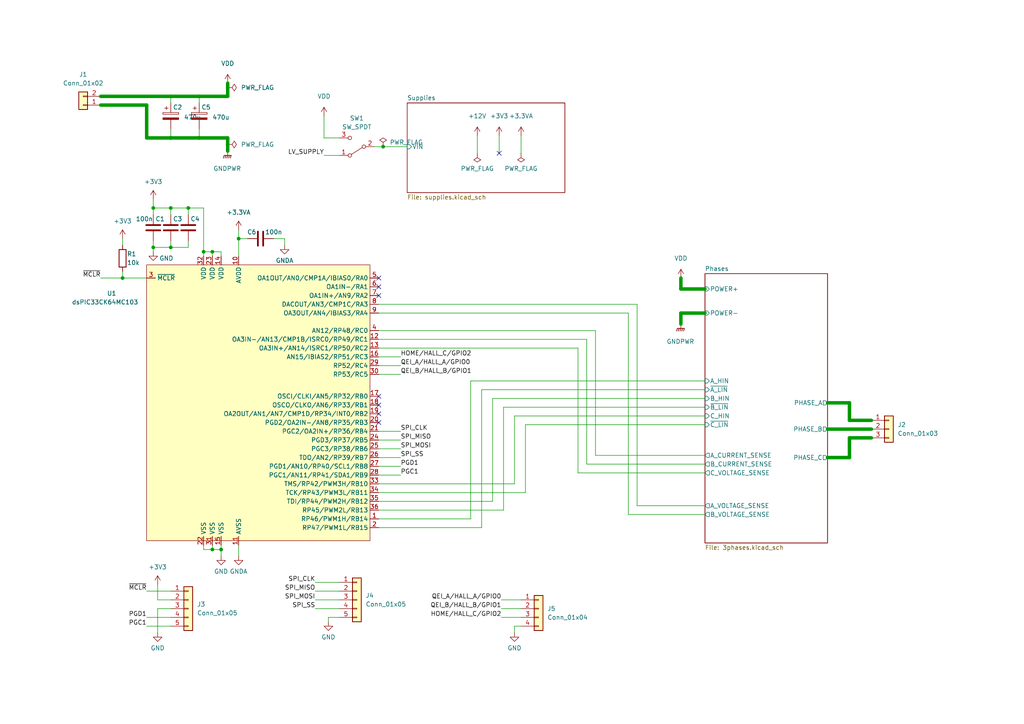
<source format=kicad_sch>
(kicad_sch (version 20211123) (generator eeschema)
  (paper "A4")
  (lib_symbols
    (symbol "Connector_Generic:Conn_01x02" (pin_names (offset 1.016) hide)
      (property "Reference" "J" (at 0 2.54 0))
      (property "Value" "Conn_01x02" (at 0 -5.08 0))
      (symbol "Conn_01x02_1_1"
        (rectangle (start -1.27 -2.413) (end 0 -2.667) (stroke (width 0.1524)))
        (rectangle (start -1.27 0.127) (end 0 -0.127) (stroke (width 0.1524)))
        (rectangle (start -1.27 1.27) (end 1.27 -3.81) (stroke (width 0.254)) (fill (type background)))
        (pin passive line (at -5.08 0 0) (length 3.81) (name "Pin_1") (number "1"))
        (pin passive line (at -5.08 -2.54 0) (length 3.81) (name "Pin_2") (number "2"))
      )
    )
    (symbol "Connector_Generic:Conn_01x03" (pin_names (offset 1.016) hide)
      (property "Reference" "J" (at 0 5.08 0))
      (property "Value" "Conn_01x03" (at 0 -5.08 0))
      (symbol "Conn_01x03_1_1"
        (rectangle (start -1.27 -2.413) (end 0 -2.667) (stroke (width 0.1524)))
        (rectangle (start -1.27 0.127) (end 0 -0.127) (stroke (width 0.1524)))
        (rectangle (start -1.27 2.667) (end 0 2.413) (stroke (width 0.1524)))
        (rectangle (start -1.27 3.81) (end 1.27 -3.81) (stroke (width 0.254)) (fill (type background)))
        (pin passive line (at -5.08 2.54 0) (length 3.81) (name "Pin_1") (number "1"))
        (pin passive line (at -5.08 0 0) (length 3.81) (name "Pin_2") (number "2"))
        (pin passive line (at -5.08 -2.54 0) (length 3.81) (name "Pin_3") (number "3"))
      )
    )
    (symbol "Connector_Generic:Conn_01x04" (pin_names (offset 1.016) hide)
      (property "Reference" "J" (at 0 5.08 0))
      (property "Value" "Conn_01x04" (at 0 -7.62 0))
      (symbol "Conn_01x04_1_1"
        (rectangle (start -1.27 -4.953) (end 0 -5.207) (stroke (width 0.1524)))
        (rectangle (start -1.27 -2.413) (end 0 -2.667) (stroke (width 0.1524)))
        (rectangle (start -1.27 0.127) (end 0 -0.127) (stroke (width 0.1524)))
        (rectangle (start -1.27 2.667) (end 0 2.413) (stroke (width 0.1524)))
        (rectangle (start -1.27 3.81) (end 1.27 -6.35) (stroke (width 0.254)) (fill (type background)))
        (pin passive line (at -5.08 2.54 0) (length 3.81) (name "Pin_1") (number "1"))
        (pin passive line (at -5.08 0 0) (length 3.81) (name "Pin_2") (number "2"))
        (pin passive line (at -5.08 -2.54 0) (length 3.81) (name "Pin_3") (number "3"))
        (pin passive line (at -5.08 -5.08 0) (length 3.81) (name "Pin_4") (number "4"))
      )
    )
    (symbol "Connector_Generic:Conn_01x05" (pin_names (offset 1.016) hide)
      (property "Reference" "J" (at 0 7.62 0))
      (property "Value" "Conn_01x05" (at 0 -7.62 0))
      (symbol "Conn_01x05_1_1"
        (rectangle (start -1.27 -4.953) (end 0 -5.207) (stroke (width 0.1524)))
        (rectangle (start -1.27 -2.413) (end 0 -2.667) (stroke (width 0.1524)))
        (rectangle (start -1.27 0.127) (end 0 -0.127) (stroke (width 0.1524)))
        (rectangle (start -1.27 2.667) (end 0 2.413) (stroke (width 0.1524)))
        (rectangle (start -1.27 5.207) (end 0 4.953) (stroke (width 0.1524)))
        (rectangle (start -1.27 6.35) (end 1.27 -6.35) (stroke (width 0.254)) (fill (type background)))
        (pin passive line (at -5.08 5.08 0) (length 3.81) (name "Pin_1") (number "1"))
        (pin passive line (at -5.08 2.54 0) (length 3.81) (name "Pin_2") (number "2"))
        (pin passive line (at -5.08 0 0) (length 3.81) (name "Pin_3") (number "3"))
        (pin passive line (at -5.08 -2.54 0) (length 3.81) (name "Pin_4") (number "4"))
        (pin passive line (at -5.08 -5.08 0) (length 3.81) (name "Pin_5") (number "5"))
      )
    )
    (symbol "Device:C" (pin_numbers hide) (pin_names (offset 0.254))
      (property "Reference" "C" (at 0.635 2.54 0))
      (property "Value" "C" (at 0.635 -2.54 0))
      (symbol "C_0_1"
        (polyline (pts (xy -2.032 -0.762) (xy 2.032 -0.762)) (stroke (width 0.508)))
        (polyline (pts (xy -2.032 0.762) (xy 2.032 0.762)) (stroke (width 0.508)))
      )
      (symbol "C_1_1"
        (pin passive line (at 0 3.81 270) (length 2.794) (name "~") (number "1"))
        (pin passive line (at 0 -3.81 90) (length 2.794) (name "~") (number "2"))
      )
    )
    (symbol "Device:C_Polarized" (pin_numbers hide) (pin_names (offset 0.254))
      (property "Reference" "C" (at 0.635 2.54 0))
      (property "Value" "C_Polarized" (at 0.635 -2.54 0))
      (symbol "C_Polarized_0_1"
        (rectangle (start -2.286 0.508) (end 2.286 1.016))
        (polyline (pts (xy -1.778 2.286) (xy -0.762 2.286)))
        (polyline (pts (xy -1.27 2.794) (xy -1.27 1.778)))
        (rectangle (start 2.286 -0.508) (end -2.286 -1.016) (fill (type outline)))
      )
      (symbol "C_Polarized_1_1"
        (pin passive line (at 0 3.81 270) (length 2.794) (name "~") (number "1"))
        (pin passive line (at 0 -3.81 90) (length 2.794) (name "~") (number "2"))
      )
    )
    (symbol "Device:R" (pin_numbers hide) (pin_names (offset 0))
      (property "Reference" "R" (at 2.032 0 90))
      (property "Value" "R" (at 0 0 90))
      (symbol "R_0_1"
        (rectangle (start -1.016 -2.54) (end 1.016 2.54) (stroke (width 0.254)))
      )
      (symbol "R_1_1"
        (pin passive line (at 0 3.81 270) (length 1.27) (name "~") (number "1"))
        (pin passive line (at 0 -3.81 90) (length 1.27) (name "~") (number "2"))
      )
    )
    (symbol "Switch:SW_SPDT" (pin_names (offset 0) hide)
      (property "Reference" "SW" (at 0 4.318 0))
      (property "Value" "SW_SPDT" (at 0 -5.08 0))
      (symbol "SW_SPDT_0_0"
        (circle (center -2.032 0) (radius 0.508))
        (circle (center 2.032 -2.54) (radius 0.508))
      )
      (symbol "SW_SPDT_0_1"
        (polyline (pts (xy -1.524 0.254) (xy 1.651 2.286)))
        (circle (center 2.032 2.54) (radius 0.508))
      )
      (symbol "SW_SPDT_1_1"
        (pin passive line (at 5.08 2.54 180) (length 2.54) (name "A") (number "1"))
        (pin passive line (at -5.08 0 0) (length 2.54) (name "B") (number "2"))
        (pin passive line (at 5.08 -2.54 180) (length 2.54) (name "C") (number "3"))
      )
    )
    (symbol "power:+12V" (power) (pin_names (offset 0))
      (property "Value" "+12V" (at 0 3.556 0))
      (symbol "+12V_0_1"
        (polyline (pts (xy -0.762 1.27) (xy 0 2.54)))
        (polyline (pts (xy 0 0) (xy 0 2.54)))
        (polyline (pts (xy 0 2.54) (xy 0.762 1.27)))
      )
      (symbol "+12V_1_1"
        (pin power_in line (at 0 0 90) (length 0) hide (name "+12V") (number "1"))
      )
    )
    (symbol "power:+3.3V" (power) (pin_names (offset 0))
      (property "Value" "+3.3V" (at 0 3.556 0))
      (symbol "+3.3V_0_1"
        (polyline (pts (xy -0.762 1.27) (xy 0 2.54)))
        (polyline (pts (xy 0 0) (xy 0 2.54)))
        (polyline (pts (xy 0 2.54) (xy 0.762 1.27)))
      )
      (symbol "+3.3V_1_1"
        (pin power_in line (at 0 0 90) (length 0) hide (name "+3V3") (number "1"))
      )
    )
    (symbol "power:+3.3VA" (power) (pin_names (offset 0))
      (property "Value" "+3.3VA" (at 0 3.556 0))
      (symbol "+3.3VA_0_1"
        (polyline (pts (xy -0.762 1.27) (xy 0 2.54)))
        (polyline (pts (xy 0 0) (xy 0 2.54)))
        (polyline (pts (xy 0 2.54) (xy 0.762 1.27)))
      )
      (symbol "+3.3VA_1_1"
        (pin power_in line (at 0 0 90) (length 0) hide (name "+3.3VA") (number "1"))
      )
    )
    (symbol "power:GND" (power) (pin_names (offset 0))
      (property "Value" "GND" (at 0 -3.81 0))
      (symbol "GND_0_1"
        (polyline (pts (xy 0 0) (xy 0 -1.27) (xy 1.27 -1.27) (xy 0 -2.54) (xy -1.27 -1.27) (xy 0 -1.27)))
      )
      (symbol "GND_1_1"
        (pin power_in line (at 0 0 270) (length 0) hide (name "GND") (number "1"))
      )
    )
    (symbol "power:GNDA" (power) (pin_names (offset 0))
      (property "Value" "GNDA" (at 0 -3.81 0))
      (symbol "GNDA_0_1"
        (polyline (pts (xy 0 0) (xy 0 -1.27) (xy 1.27 -1.27) (xy 0 -2.54) (xy -1.27 -1.27) (xy 0 -1.27)))
      )
      (symbol "GNDA_1_1"
        (pin power_in line (at 0 0 270) (length 0) hide (name "GNDA") (number "1"))
      )
    )
    (symbol "power:GNDPWR" (power) (pin_names (offset 0))
      (property "Value" "GNDPWR" (at 0 -3.302 0))
      (symbol "GNDPWR_0_1"
        (polyline (pts (xy 0 -1.27) (xy 0 0)))
        (polyline (pts (xy -1.016 -1.27) (xy -1.27 -2.032) (xy -1.27 -2.032)) (stroke (width 0.2032)))
        (polyline (pts (xy -0.508 -1.27) (xy -0.762 -2.032) (xy -0.762 -2.032)) (stroke (width 0.2032)))
        (polyline (pts (xy 0 -1.27) (xy -0.254 -2.032) (xy -0.254 -2.032)) (stroke (width 0.2032)))
        (polyline (pts (xy 0.508 -1.27) (xy 0.254 -2.032) (xy 0.254 -2.032)) (stroke (width 0.2032)))
        (polyline (pts (xy 1.016 -1.27) (xy -1.016 -1.27) (xy -1.016 -1.27)) (stroke (width 0.2032)))
        (polyline (pts (xy 1.016 -1.27) (xy 0.762 -2.032) (xy 0.762 -2.032) (xy 0.762 -2.032)) (stroke (width 0.2032)))
      )
      (symbol "GNDPWR_1_1"
        (pin power_in line (at 0 0 270) (length 0) hide (name "GNDPWR") (number "1"))
      )
    )
    (symbol "power:PWR_FLAG" (power) (pin_numbers hide) (pin_names (offset 0) hide)
      (property "Value" "PWR_FLAG" (at 0 3.81 0))
      (symbol "PWR_FLAG_0_0"
        (pin power_out line (at 0 0 90) (length 0) (name "pwr") (number "1"))
      )
      (symbol "PWR_FLAG_0_1"
        (polyline (pts (xy 0 0) (xy 0 1.27) (xy -1.016 1.905) (xy 0 2.54) (xy 1.016 1.905) (xy 0 1.27)))
      )
    )
    (symbol "power:VDD" (power) (pin_names (offset 0))
      (property "Value" "VDD" (at 0 3.81 0))
      (symbol "VDD_0_1"
        (polyline (pts (xy -0.762 1.27) (xy 0 2.54)))
        (polyline (pts (xy 0 0) (xy 0 2.54)))
        (polyline (pts (xy 0 2.54) (xy 0.762 1.27)))
      )
      (symbol "VDD_1_1"
        (pin power_in line (at 0 0 90) (length 0) hide (name "VDD") (number "1"))
      )
    )
    (symbol "symbols:dsPIC33CK64MC103"
      (property "Reference" "U" (at -15.24 -1.27 0))
      (property "Value" "dsPIC33CK64MC103" (at -15.24 -1.27 0))
      (symbol "dsPIC33CK64MC103_0_1"
        (rectangle (start -35.56 39.37) (end 29.21 -40.64) (fill (type background)))
      )
      (symbol "dsPIC33CK64MC103_1_1"
        (pin bidirectional line (at 31.75 -34.29 180) (length 2.54) (name "RP46/PWM1H/RB14") (number "1"))
        (pin power_in line (at -8.89 41.91 270) (length 2.54) (name "AVDD") (number "10"))
        (pin power_in line (at -8.89 -41.91 90) (length 2.54) (name "AVSS") (number "11"))
        (pin bidirectional line (at 31.75 17.78 180) (length 2.54) (name "OA3IN-/AN13/CMP1B/ISRC0/RP49/RC1") (number "12"))
        (pin bidirectional line (at 31.75 15.24 180) (length 2.54) (name "OA3IN+/AN14/ISRC1/RP50/RC2") (number "13"))
        (pin power_in line (at -13.97 41.91 270) (length 2.54) (name "VDD") (number "14"))
        (pin power_in line (at -13.97 -41.91 90) (length 2.54) (name "VSS") (number "15"))
        (pin bidirectional line (at 31.75 12.7 180) (length 2.54) (name "AN15/IBIAS2/RP51/RC3") (number "16"))
        (pin bidirectional line (at 31.75 1.27 180) (length 2.54) (name "OSCI/CLKI/AN5/RP32/RB0") (number "17"))
        (pin bidirectional line (at 31.75 -1.27 180) (length 2.54) (name "OSCO/CLKO/AN6/RP33/RB1") (number "18"))
        (pin bidirectional line (at 31.75 -3.81 180) (length 2.54) (name "OA2OUT/AN1/AN7/CMP1D/RP34/INT0/RB2") (number "19"))
        (pin bidirectional line (at 31.75 -36.83 180) (length 2.54) (name "RP47/PWM1L/RB15") (number "2"))
        (pin bidirectional line (at 31.75 -6.35 180) (length 2.54) (name "PGD2/OA2IN-/AN8/RP35/RB3") (number "20"))
        (pin bidirectional line (at 31.75 -8.89 180) (length 2.54) (name "PGC2/OA2IN+/RP36/RB4") (number "21"))
        (pin power_in line (at -19.05 -41.91 90) (length 2.54) (name "VSS") (number "22"))
        (pin power_in line (at -16.51 41.91 270) (length 2.54) (name "VDD") (number "23"))
        (pin bidirectional line (at 31.75 -11.43 180) (length 2.54) (name "PGD3/RP37/RB5") (number "24"))
        (pin bidirectional line (at 31.75 -13.97 180) (length 2.54) (name "PGC3/RP38/RB6") (number "25"))
        (pin bidirectional line (at 31.75 -16.51 180) (length 2.54) (name "TDO/AN2/RP39/RB7") (number "26"))
        (pin bidirectional line (at 31.75 -19.05 180) (length 2.54) (name "PGD1/AN10/RP40/SCL1/RB8") (number "27"))
        (pin bidirectional line (at 31.75 -21.59 180) (length 2.54) (name "PGC1/AN11/RP41/SDA1/RB9") (number "28"))
        (pin bidirectional line (at 31.75 10.16 180) (length 2.54) (name "RP52/RC4") (number "29"))
        (pin input line (at -35.56 35.56 0) (length 2.54) (name "~{MCLR}") (number "3"))
        (pin bidirectional line (at 31.75 7.62 180) (length 2.54) (name "RP53/RC5") (number "30"))
        (pin power_in line (at -16.51 -41.91 90) (length 2.54) (name "VSS") (number "31"))
        (pin power_in line (at -19.05 41.91 270) (length 2.54) (name "VDD") (number "32"))
        (pin bidirectional line (at 31.75 -24.13 180) (length 2.54) (name "TMS/RP42/PWM3H/RB10") (number "33"))
        (pin bidirectional line (at 31.75 -26.67 180) (length 2.54) (name "TCK/RP43/PWM3L/RB11") (number "34"))
        (pin bidirectional line (at 31.75 -29.21 180) (length 2.54) (name "TDI/RP44/PWM2H/RB12") (number "35"))
        (pin bidirectional line (at 31.75 -31.75 180) (length 2.54) (name "RP45/PWM2L/RB13") (number "36"))
        (pin bidirectional line (at 31.75 20.32 180) (length 2.54) (name "AN12/RP48/RC0") (number "4"))
        (pin bidirectional line (at 31.75 35.56 180) (length 2.54) (name "OA1OUT/AN0/CMP1A/IBIAS0/RA0") (number "5"))
        (pin bidirectional line (at 31.75 33.02 180) (length 2.54) (name "OA1IN-/RA1") (number "6"))
        (pin bidirectional line (at 31.75 30.48 180) (length 2.54) (name "OA1IN+/AN9/RA2") (number "7"))
        (pin bidirectional line (at 31.75 27.94 180) (length 2.54) (name "DACOUT/AN3/CMP1C/RA3") (number "8"))
        (pin bidirectional line (at 31.75 25.4 180) (length 2.54) (name "OA3OUT/AN4/IBIAS3/RA4") (number "9"))
      )
    )
  )
  (junction (at 61.595 159.385))
  (junction (at 61.595 73.025))
  (junction (at 66.04 41.91))
  (junction (at 69.215 69.215))
  (junction (at 57.785 40.005))
  (junction (at 49.53 71.755))
  (junction (at 64.135 159.385))
  (junction (at 49.53 40.005))
  (junction (at 44.45 71.755))
  (junction (at 49.53 60.325))
  (junction (at 111.125 42.545))
  (junction (at 44.45 60.325))
  (junction (at 59.055 73.025))
  (junction (at 57.785 27.94))
  (junction (at 66.04 25.4))
  (junction (at 54.61 60.325))
  (junction (at 35.56 80.645))
  (junction (at 49.53 27.94))
  (no_connect (at 109.855 122.555))
  (no_connect (at 109.855 85.725))
  (no_connect (at 109.855 83.185))
  (no_connect (at 109.855 80.645))
  (no_connect (at 109.855 120.015))
  (no_connect (at 109.855 117.475))
  (no_connect (at 144.78 44.45))
  (no_connect (at 109.855 114.935))
  (wire (pts (xy 246.38 132.715) (xy 240.03 132.715)) (stroke (width 1)))
  (wire (pts (xy 204.47 90.805) (xy 197.485 90.805)) (stroke (width 1)))
  (wire (pts (xy 82.55 69.215) (xy 79.375 69.215)))
  (wire (pts (xy 109.855 130.175) (xy 116.205 130.175)))
  (wire (pts (xy 151.13 181.61) (xy 149.225 181.61)))
  (wire (pts (xy 59.055 73.025) (xy 61.595 73.025)))
  (wire (pts (xy 142.875 145.415) (xy 109.855 145.415)))
  (wire (pts (xy 149.225 120.65) (xy 204.47 120.65)))
  (wire (pts (xy 69.215 69.215) (xy 71.755 69.215)))
  (wire (pts (xy 45.72 169.545) (xy 45.72 173.99)))
  (wire (pts (xy 152.4 142.875) (xy 109.855 142.875)))
  (wire (pts (xy 49.53 69.85) (xy 49.53 71.755)))
  (wire (pts (xy 44.45 71.755) (xy 44.45 73.025)))
  (wire (pts (xy 197.485 83.82) (xy 204.47 83.82)) (stroke (width 1)))
  (wire (pts (xy 49.53 37.465) (xy 49.53 40.005)))
  (wire (pts (xy 109.855 108.585) (xy 116.205 108.585)))
  (wire (pts (xy 64.135 73.025) (xy 61.595 73.025)))
  (wire (pts (xy 170.18 134.62) (xy 170.18 98.425)))
  (wire (pts (xy 109.855 137.795) (xy 116.205 137.795)))
  (wire (pts (xy 44.45 57.785) (xy 44.45 60.325)))
  (wire (pts (xy 57.785 27.94) (xy 66.04 27.94)) (stroke (width 1)))
  (wire (pts (xy 109.855 106.045) (xy 116.205 106.045)))
  (wire (pts (xy 49.53 40.005) (xy 57.785 40.005)) (stroke (width 1)))
  (wire (pts (xy 184.785 146.685) (xy 184.785 88.265)))
  (wire (pts (xy 144.78 39.37) (xy 144.78 44.45)))
  (wire (pts (xy 61.595 73.025) (xy 61.595 74.295)))
  (wire (pts (xy 64.135 74.295) (xy 64.135 73.025)))
  (wire (pts (xy 42.545 40.005) (xy 49.53 40.005)) (stroke (width 1)))
  (wire (pts (xy 182.245 90.805) (xy 182.245 149.225)))
  (wire (pts (xy 204.47 115.57) (xy 142.875 115.57)))
  (wire (pts (xy 45.72 173.99) (xy 49.53 173.99)))
  (wire (pts (xy 152.4 123.19) (xy 152.4 142.875)))
  (wire (pts (xy 69.215 74.295) (xy 69.215 69.215)))
  (wire (pts (xy 109.855 95.885) (xy 172.72 95.885)))
  (wire (pts (xy 204.47 110.49) (xy 136.525 110.49)))
  (wire (pts (xy 167.64 137.16) (xy 167.64 100.965)))
  (wire (pts (xy 66.04 25.4) (xy 66.04 27.94)) (stroke (width 1)))
  (wire (pts (xy 204.47 137.16) (xy 167.64 137.16)))
  (wire (pts (xy 91.44 176.53) (xy 98.425 176.53)))
  (wire (pts (xy 204.47 146.685) (xy 184.785 146.685)))
  (wire (pts (xy 146.05 147.955) (xy 146.05 118.11)))
  (wire (pts (xy 49.53 71.755) (xy 54.61 71.755)))
  (wire (pts (xy 109.855 103.505) (xy 116.205 103.505)))
  (wire (pts (xy 44.45 69.85) (xy 44.45 71.755)))
  (wire (pts (xy 240.03 124.46) (xy 252.73 124.46)) (stroke (width 1)))
  (wire (pts (xy 57.785 37.465) (xy 57.785 40.005)))
  (wire (pts (xy 109.855 140.335) (xy 149.225 140.335)))
  (wire (pts (xy 69.215 158.115) (xy 69.215 161.29)))
  (wire (pts (xy 246.38 127) (xy 246.38 132.715)) (stroke (width 1)))
  (wire (pts (xy 42.545 179.07) (xy 49.53 179.07)))
  (wire (pts (xy 145.415 179.07) (xy 151.13 179.07)))
  (wire (pts (xy 64.135 159.385) (xy 64.135 161.29)))
  (wire (pts (xy 35.56 80.645) (xy 35.56 78.74)))
  (wire (pts (xy 59.055 159.385) (xy 61.595 159.385)))
  (wire (pts (xy 246.38 121.92) (xy 252.73 121.92)) (stroke (width 1)))
  (wire (pts (xy 145.415 173.99) (xy 151.13 173.99)))
  (wire (pts (xy 95.25 180.34) (xy 95.25 179.07)))
  (wire (pts (xy 109.855 135.255) (xy 116.205 135.255)))
  (wire (pts (xy 204.47 123.19) (xy 152.4 123.19)))
  (wire (pts (xy 172.72 95.885) (xy 172.72 132.08)))
  (wire (pts (xy 59.055 73.025) (xy 59.055 60.325)))
  (wire (pts (xy 93.98 33.655) (xy 93.98 40.005)))
  (wire (pts (xy 109.855 125.095) (xy 116.205 125.095)))
  (wire (pts (xy 45.72 183.515) (xy 45.72 176.53)))
  (wire (pts (xy 136.525 110.49) (xy 136.525 150.495)))
  (wire (pts (xy 49.53 60.325) (xy 44.45 60.325)))
  (wire (pts (xy 66.04 41.91) (xy 66.04 43.815)) (stroke (width 1)))
  (wire (pts (xy 66.04 40.005) (xy 66.04 41.91)) (stroke (width 1)))
  (wire (pts (xy 82.55 71.12) (xy 82.55 69.215)))
  (wire (pts (xy 149.225 140.335) (xy 149.225 120.65)))
  (wire (pts (xy 93.98 45.085) (xy 98.425 45.085)))
  (wire (pts (xy 204.47 132.08) (xy 172.72 132.08)))
  (wire (pts (xy 29.21 80.645) (xy 35.56 80.645)))
  (wire (pts (xy 42.545 40.005) (xy 42.545 30.48)) (stroke (width 1)))
  (wire (pts (xy 42.545 80.645) (xy 35.56 80.645)))
  (wire (pts (xy 64.135 159.385) (xy 64.135 158.115)))
  (wire (pts (xy 57.785 40.005) (xy 66.04 40.005)) (stroke (width 1)))
  (wire (pts (xy 142.875 115.57) (xy 142.875 145.415)))
  (wire (pts (xy 98.425 40.005) (xy 93.98 40.005)))
  (wire (pts (xy 59.055 74.295) (xy 59.055 73.025)))
  (wire (pts (xy 61.595 158.115) (xy 61.595 159.385)))
  (wire (pts (xy 145.415 176.53) (xy 151.13 176.53)))
  (wire (pts (xy 109.855 90.805) (xy 182.245 90.805)))
  (wire (pts (xy 91.44 173.99) (xy 98.425 173.99)))
  (wire (pts (xy 57.785 27.94) (xy 57.785 29.845)))
  (wire (pts (xy 139.7 153.035) (xy 139.7 113.03)))
  (wire (pts (xy 42.545 181.61) (xy 49.53 181.61)))
  (wire (pts (xy 35.56 69.215) (xy 35.56 71.12)))
  (wire (pts (xy 95.25 179.07) (xy 98.425 179.07)))
  (wire (pts (xy 204.47 134.62) (xy 170.18 134.62)))
  (wire (pts (xy 44.45 60.325) (xy 44.45 62.23)))
  (wire (pts (xy 109.855 147.955) (xy 146.05 147.955)))
  (wire (pts (xy 184.785 88.265) (xy 109.855 88.265)))
  (wire (pts (xy 182.245 149.225) (xy 204.47 149.225)))
  (wire (pts (xy 66.04 24.13) (xy 66.04 25.4)) (stroke (width 1)))
  (wire (pts (xy 45.72 176.53) (xy 49.53 176.53)))
  (wire (pts (xy 246.38 116.84) (xy 246.38 121.92)) (stroke (width 1)))
  (wire (pts (xy 252.73 127) (xy 246.38 127)) (stroke (width 1)))
  (wire (pts (xy 29.21 30.48) (xy 42.545 30.48)) (stroke (width 1)))
  (wire (pts (xy 146.05 118.11) (xy 204.47 118.11)))
  (wire (pts (xy 42.545 171.45) (xy 49.53 171.45)))
  (wire (pts (xy 138.43 39.37) (xy 138.43 44.45)))
  (wire (pts (xy 61.595 159.385) (xy 64.135 159.385)))
  (wire (pts (xy 136.525 150.495) (xy 109.855 150.495)))
  (wire (pts (xy 108.585 42.545) (xy 111.125 42.545)))
  (wire (pts (xy 91.44 168.91) (xy 98.425 168.91)))
  (wire (pts (xy 197.485 80.645) (xy 197.485 83.82)) (stroke (width 1)))
  (wire (pts (xy 139.7 113.03) (xy 204.47 113.03)))
  (wire (pts (xy 111.125 42.545) (xy 118.11 42.545)))
  (wire (pts (xy 109.855 153.035) (xy 139.7 153.035)))
  (wire (pts (xy 151.13 39.37) (xy 151.13 44.45)))
  (wire (pts (xy 49.53 27.94) (xy 49.53 29.845)))
  (wire (pts (xy 54.61 60.325) (xy 49.53 60.325)))
  (wire (pts (xy 59.055 158.115) (xy 59.055 159.385)))
  (wire (pts (xy 54.61 71.755) (xy 54.61 69.85)))
  (wire (pts (xy 54.61 60.325) (xy 54.61 62.23)))
  (wire (pts (xy 149.225 181.61) (xy 149.225 183.515)))
  (wire (pts (xy 91.44 171.45) (xy 98.425 171.45)))
  (wire (pts (xy 29.21 27.94) (xy 49.53 27.94)) (stroke (width 1)))
  (wire (pts (xy 49.53 60.325) (xy 49.53 62.23)))
  (wire (pts (xy 59.055 60.325) (xy 54.61 60.325)))
  (wire (pts (xy 69.215 66.675) (xy 69.215 69.215)))
  (wire (pts (xy 167.64 100.965) (xy 109.855 100.965)))
  (wire (pts (xy 109.855 127.635) (xy 116.205 127.635)))
  (wire (pts (xy 240.03 116.84) (xy 246.38 116.84)) (stroke (width 1)))
  (wire (pts (xy 109.855 132.715) (xy 116.205 132.715)))
  (wire (pts (xy 44.45 71.755) (xy 49.53 71.755)))
  (wire (pts (xy 170.18 98.425) (xy 109.855 98.425)))
  (wire (pts (xy 49.53 27.94) (xy 57.785 27.94)) (stroke (width 1)))
  (wire (pts (xy 197.485 90.805) (xy 197.485 93.98)) (stroke (width 1)))
  (label "QEI_A{slash}HALL_A{slash}GPIO0" (at 145.415 173.99 180))
  (label "SPI_CLK" (at 91.44 168.91 180))
  (label "PGC1" (at 116.205 137.795 0))
  (label "PGD1" (at 116.205 135.255 0))
  (label "SPI_SS" (at 116.205 132.715 0))
  (label "PGD1" (at 42.545 179.07 180))
  (label "QEI_B{slash}HALL_B{slash}GPIO1" (at 145.415 176.53 180))
  (label "LV_SUPPLY" (at 93.98 45.085 180))
  (label "SPI_CLK" (at 116.205 125.095 0))
  (label "~{MCLR}" (at 29.21 80.645 180))
  (label "PGC1" (at 42.545 181.61 180))
  (label "SPI_MOSI" (at 116.205 130.175 0))
  (label "SPI_SS" (at 91.44 176.53 180))
  (label "HOME{slash}HALL_C{slash}GPIO2" (at 145.415 179.07 180))
  (label "QEI_A{slash}HALL_A{slash}GPIO0" (at 116.205 106.045 0))
  (label "HOME{slash}HALL_C{slash}GPIO2" (at 116.205 103.505 0))
  (label "SPI_MISO" (at 116.205 127.635 0))
  (label "SPI_MOSI" (at 91.44 173.99 180))
  (label "QEI_B{slash}HALL_B{slash}GPIO1" (at 116.205 108.585 0))
  (label "SPI_MISO" (at 91.44 171.45 180))
  (label "~{MCLR}" (at 42.545 171.45 180))
  (symbol (lib_id "power:+3.3V") (at 144.78 39.37 0) (unit 1)
    (property "Reference" "#PWR0114" (effects hide))
    (property "Value" "+3.3V" (at 144.78 33.655 0))
  )
  (symbol (lib_id "power:GND") (at 45.72 183.515 0) (unit 1)
    (property "Reference" "#PWR0185" (effects hide))
    (property "Value" "GND" (at 45.72 187.96 0))
  )
  (symbol (lib_id "Device:C") (at 54.61 66.04 180) (unit 1)
    (property "Reference" "C4" (at 55.245 63.5 0) (effects (justify right)))
    (property "Value" "100n" (effects hide))
    (property "Footprint" "Capacitor_SMD:C_0603_1608Metric" (effects hide))
  )
  (symbol (lib_id "power:PWR_FLAG") (at 151.13 44.45 180) (unit 1)
    (property "Reference" "#FLG0101" (effects hide))
    (property "Value" "PWR_FLAG" (at 151.13 48.895 0))
  )
  (symbol (lib_id "Connector_Generic:Conn_01x02") (at 24.13 30.48 180) (unit 1) (in_bom no) (on_board no)
    (property "Reference" "J1" (at 24.13 21.59 0))
    (property "Value" "Conn_01x02" (at 24.13 24.13 0))
  )
  (symbol (lib_id "power:PWR_FLAG") (at 66.04 41.91 270) (unit 1)
    (property "Reference" "#FLG02" (effects hide))
    (property "Value" "PWR_FLAG" (at 69.85 41.9099 90) (effects (justify left)))
  )
  (symbol (lib_id "power:GND") (at 149.225 183.515 0) (unit 1)
    (property "Reference" "#PWR0186" (effects hide))
    (property "Value" "GND" (at 149.225 187.96 0))
  )
  (symbol (lib_id "Connector_Generic:Conn_01x04") (at 156.21 176.53 0) (unit 1)
    (property "Reference" "J5" (at 158.75 176.5299 0) (effects (justify left)))
    (property "Value" "Conn_01x04" (at 158.75 179.0699 0) (effects (justify left)))
    (property "Footprint" "Connector_PinHeader_2.54mm:PinHeader_1x04_P2.54mm_Vertical" (effects hide))
  )
  (symbol (lib_id "power:+3.3VA") (at 151.13 39.37 0) (unit 1)
    (property "Reference" "#PWR0113" (effects hide))
    (property "Value" "+3.3VA" (at 151.13 33.655 0))
  )
  (symbol (lib_id "Device:C_Polarized") (at 49.53 33.655 0) (unit 1)
    (property "Reference" "C2" (at 50.165 31.115 0) (effects (justify left)))
    (property "Value" "470u" (at 53.34 34.0359 0) (effects (justify left)))
    (property "Footprint" "footprints:HorizontalCap_10x16_P5" (effects hide))
  )
  (symbol (lib_id "power:+3.3V") (at 35.56 69.215 0) (unit 1)
    (property "Reference" "#PWR0106" (effects hide))
    (property "Value" "+3.3V" (at 35.56 64.135 0))
  )
  (symbol (lib_id "power:GNDPWR") (at 66.04 43.815 0) (unit 1)
    (property "Reference" "#PWR0108" (effects hide))
    (property "Value" "GNDPWR" (at 65.913 48.895 0))
  )
  (symbol (lib_id "Switch:SW_SPDT") (at 103.505 42.545 180) (unit 1)
    (property "Reference" "SW1" (at 103.505 34.29 0))
    (property "Value" "SW_SPDT" (at 103.505 36.83 0))
    (property "Footprint" "Connector_PinHeader_2.54mm:PinHeader_1x03_P2.54mm_Vertical" (effects hide))
  )
  (symbol (lib_id "power:+3.3V") (at 45.72 169.545 0) (unit 1)
    (property "Reference" "#PWR0184" (effects hide))
    (property "Value" "+3.3V" (at 45.72 164.465 0))
  )
  (symbol (lib_id "Device:R") (at 35.56 74.93 0) (unit 1)
    (property "Reference" "R1" (at 36.83 73.66 0) (effects (justify left)))
    (property "Value" "10k" (at 36.83 76.2 0) (effects (justify left)))
    (property "Footprint" "Resistor_SMD:R_0603_1608Metric" (effects hide))
  )
  (symbol (lib_id "power:+3.3VA") (at 69.215 66.675 0) (unit 1)
    (property "Reference" "#PWR0111" (effects hide))
    (property "Value" "+3.3VA" (at 69.215 61.595 0))
  )
  (symbol (lib_id "power:GND") (at 44.45 73.025 0) (unit 1)
    (property "Reference" "#PWR0104" (effects hide))
    (property "Value" "GND" (at 48.26 74.93 0))
  )
  (symbol (lib_id "power:GNDPWR") (at 197.485 93.98 0) (unit 1)
    (property "Reference" "#PWR0102" (effects hide))
    (property "Value" "GNDPWR" (at 197.358 99.06 0))
  )
  (symbol (lib_id "power:VDD") (at 93.98 33.655 0) (unit 1)
    (property "Reference" "#PWR0112" (effects hide))
    (property "Value" "VDD" (at 93.98 27.94 0))
  )
  (symbol (lib_id "Connector_Generic:Conn_01x05") (at 103.505 173.99 0) (unit 1)
    (property "Reference" "J4" (at 106.045 172.7199 0) (effects (justify left)))
    (property "Value" "Conn_01x05" (at 106.045 175.2599 0) (effects (justify left)))
    (property "Footprint" "Connector_PinHeader_2.54mm:PinHeader_1x05_P2.54mm_Vertical" (effects hide))
  )
  (symbol (lib_id "power:+12V") (at 138.43 39.37 0) (unit 1)
    (property "Reference" "#PWR0115" (effects hide))
    (property "Value" "+12V" (at 138.43 33.655 0))
  )
  (symbol (lib_id "power:PWR_FLAG") (at 138.43 44.45 180) (unit 1)
    (property "Reference" "#FLG0102" (effects hide))
    (property "Value" "PWR_FLAG" (at 138.43 48.895 0))
  )
  (symbol (lib_id "symbols:dsPIC33CK64MC103") (at 78.105 116.205 0) (unit 1)
    (property "Reference" "U1" (at 32.385 85.09 0))
    (property "Value" "dsPIC33CK64MC103" (at 30.48 87.63 0))
    (property "Footprint" "footprints:UQFN-36" (effects hide))
  )
  (symbol (lib_id "Device:C") (at 44.45 66.04 180) (unit 1)
    (property "Reference" "C1" (at 45.085 63.5 0) (effects (justify right)))
    (property "Value" "100n" (at 39.37 63.5 0) (effects (justify right)))
    (property "Footprint" "Capacitor_SMD:C_0603_1608Metric" (effects hide))
  )
  (symbol (lib_id "power:PWR_FLAG") (at 66.04 25.4 270) (unit 1)
    (property "Reference" "#FLG01" (effects hide))
    (property "Value" "PWR_FLAG" (at 69.85 25.3999 90) (effects (justify left)))
  )
  (symbol (lib_id "Connector_Generic:Conn_01x05") (at 54.61 176.53 0) (unit 1)
    (property "Reference" "J3" (at 57.15 175.2599 0) (effects (justify left)))
    (property "Value" "Conn_01x05" (at 57.15 177.7999 0) (effects (justify left)))
    (property "Footprint" "Connector_PinHeader_2.54mm:PinHeader_1x05_P2.54mm_Vertical" (effects hide))
  )
  (symbol (lib_id "power:GNDA") (at 82.55 71.12 0) (unit 1)
    (property "Reference" "#PWR0101" (effects hide))
    (property "Value" "GNDA" (at 82.55 75.565 0))
  )
  (symbol (lib_id "power:GND") (at 64.135 161.29 0) (unit 1)
    (property "Reference" "#PWR0109" (effects hide))
    (property "Value" "GND" (at 64.135 165.735 0))
  )
  (symbol (lib_id "power:GNDA") (at 69.215 161.29 0) (unit 1)
    (property "Reference" "#PWR0110" (effects hide))
    (property "Value" "GNDA" (at 69.215 165.735 0))
  )
  (symbol (lib_id "power:+3.3V") (at 44.45 57.785 0) (unit 1)
    (property "Reference" "#PWR0107" (effects hide))
    (property "Value" "+3.3V" (at 44.45 52.705 0))
  )
  (symbol (lib_id "Device:C") (at 49.53 66.04 180) (unit 1)
    (property "Reference" "C3" (at 50.165 63.5 0) (effects (justify right)))
    (property "Value" "100n" (effects hide))
    (property "Footprint" "Capacitor_SMD:C_0603_1608Metric" (effects hide))
  )
  (symbol (lib_id "power:VDD") (at 197.485 80.645 0) (unit 1)
    (property "Reference" "#PWR0103" (effects hide))
    (property "Value" "VDD" (at 197.485 74.93 0))
  )
  (symbol (lib_id "Connector_Generic:Conn_01x03") (at 257.81 124.46 0) (unit 1) (in_bom no) (on_board no)
    (property "Reference" "J2" (at 260.35 123.1899 0) (effects (justify left)))
    (property "Value" "Conn_01x03" (at 260.35 125.7299 0) (effects (justify left)))
  )
  (symbol (lib_id "power:VDD") (at 66.04 24.13 0) (unit 1)
    (property "Reference" "#PWR0105" (effects hide))
    (property "Value" "VDD" (at 66.04 18.415 0))
  )
  (symbol (lib_id "Device:C_Polarized") (at 57.785 33.655 0) (unit 1)
    (property "Reference" "C5" (at 58.42 31.115 0) (effects (justify left)))
    (property "Value" "470u" (at 61.595 34.0359 0) (effects (justify left)))
    (property "Footprint" "footprints:HorizontalCap_10x16_P5" (effects hide))
  )
  (symbol (lib_id "power:GND") (at 95.25 180.34 0) (unit 1)
    (property "Reference" "#PWR0183" (effects hide))
    (property "Value" "GND" (at 95.25 184.785 0))
  )
  (symbol (lib_id "Device:C") (at 75.565 69.215 90) (unit 1)
    (property "Reference" "C6" (at 73.025 67.31 90))
    (property "Value" "100n" (at 79.375 67.31 90))
    (property "Footprint" "Capacitor_SMD:C_0603_1608Metric" (effects hide))
  )
  (symbol (lib_id "power:PWR_FLAG") (at 111.125 42.545 0) (unit 1)
    (property "Reference" "#FLG0104" (effects hide))
    (property "Value" "PWR_FLAG" (at 113.03 41.2749 0) (effects (justify left)))
  )
  (sheet (at 118.11 29.845) (size 45.72 26.035) (stroke (width 0.1524))
    (property "Sheet name" "Supplies" (at 118.11 29.1334 0) (effects (justify left bottom)))
    (property "Sheet file" "supplies.kicad_sch" (at 118.11 56.4646 0) (effects (justify left top)))
    (pin "VIN" input (at 118.11 42.545 180))
  )
  (sheet (at 204.47 79.375) (size 35.56 78.105) (stroke (width 0.1524))
    (property "Sheet name" "Phases" (at 204.47 78.6634 0) (effects (justify left bottom)))
    (property "Sheet file" "3phases.kicad_sch" (at 204.47 158.0646 0) (effects (justify left top)))
    (pin "~{C_LIN}" input (at 204.47 123.19 180))
    (pin "C_HIN" input (at 204.47 120.65 180))
    (pin "B_HIN" input (at 204.47 115.57 180))
    (pin "~{B_LIN}" input (at 204.47 118.11 180))
    (pin "~{A_LIN}" input (at 204.47 113.03 180))
    (pin "A_HIN" input (at 204.47 110.49 180))
    (pin "A_CURRENT_SENSE" output (at 204.47 132.08 180))
    (pin "B_CURRENT_SENSE" output (at 204.47 134.62 180))
    (pin "B_VOLTAGE_SENSE" output (at 204.47 149.225 180))
    (pin "C_VOLTAGE_SENSE" output (at 204.47 137.16 180))
    (pin "PHASE_C" output (at 240.03 132.715 0))
    (pin "A_VOLTAGE_SENSE" output (at 204.47 146.685 180))
    (pin "PHASE_B" output (at 240.03 124.46 0))
    (pin "PHASE_A" output (at 240.03 116.84 0))
    (pin "POWER+" input (at 204.47 83.82 180))
    (pin "POWER-" input (at 204.47 90.805 180))
  )
)
</source>
